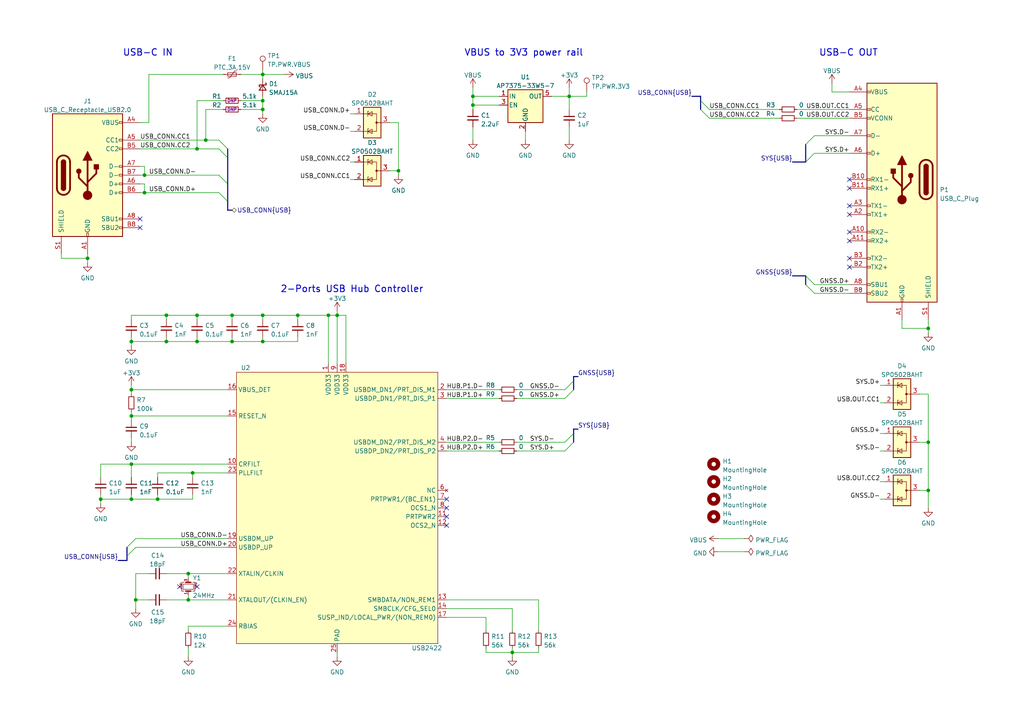
<source format=kicad_sch>
(kicad_sch (version 20211123) (generator eeschema)
  (paper "A4")
  (lib_symbols
    (symbol "Connector:TestPoint" (pin_numbers hide) (pin_names (offset 0.762) hide)
      (property "Reference" "TP" (at 0 6.858 0))
      (property "Value" "TestPoint" (at 0 5.08 0))
      (symbol "TestPoint_0_1"
        (circle (center 0 3.302) (radius 0.762))
      )
      (symbol "TestPoint_1_1"
        (pin passive line (at 0 0 90) (length 2.54) (name "1") (number "1"))
      )
    )
    (symbol "Connector:USB_C_Receptacle_USB2.0" (pin_names (offset 1.016))
      (property "Reference" "J" (at -10.16 19.05 0))
      (property "Value" "USB_C_Receptacle_USB2.0" (at 19.05 19.05 0))
      (symbol "USB_C_Receptacle_USB2.0_0_0"
        (rectangle (start -0.254 -17.78) (end 0.254 -16.764))
        (rectangle (start 10.16 -14.986) (end 9.144 -15.494))
        (rectangle (start 10.16 -12.446) (end 9.144 -12.954))
        (rectangle (start 10.16 -4.826) (end 9.144 -5.334))
        (rectangle (start 10.16 -2.286) (end 9.144 -2.794))
        (rectangle (start 10.16 0.254) (end 9.144 -0.254))
        (rectangle (start 10.16 2.794) (end 9.144 2.286))
        (rectangle (start 10.16 7.874) (end 9.144 7.366))
        (rectangle (start 10.16 10.414) (end 9.144 9.906))
        (rectangle (start 10.16 15.494) (end 9.144 14.986))
      )
      (symbol "USB_C_Receptacle_USB2.0_0_1"
        (rectangle (start -10.16 17.78) (end 10.16 -17.78) (stroke (width 0.254)) (fill (type background)))
        (arc (start -8.89 -3.81) (mid -6.985 -5.715) (end -5.08 -3.81) (stroke (width 0.508)))
        (arc (start -7.62 -3.81) (mid -6.985 -4.445) (end -6.35 -3.81) (stroke (width 0.254)))
        (arc (start -7.62 -3.81) (mid -6.985 -4.445) (end -6.35 -3.81) (stroke (width 0.254)) (fill (type outline)))
        (rectangle (start -7.62 -3.81) (end -6.35 3.81) (stroke (width 0.254)) (fill (type outline)))
        (arc (start -6.35 3.81) (mid -6.985 4.445) (end -7.62 3.81) (stroke (width 0.254)))
        (arc (start -6.35 3.81) (mid -6.985 4.445) (end -7.62 3.81) (stroke (width 0.254)) (fill (type outline)))
        (arc (start -5.08 3.81) (mid -6.985 5.715) (end -8.89 3.81) (stroke (width 0.508)))
        (circle (center -2.54 1.143) (radius 0.635) (stroke (width 0.254)) (fill (type outline)))
        (circle (center 0 -5.842) (radius 1.27) (fill (type outline)))
        (polyline (pts (xy -8.89 -3.81) (xy -8.89 3.81)) (stroke (width 0.508)))
        (polyline (pts (xy -5.08 3.81) (xy -5.08 -3.81)) (stroke (width 0.508)))
        (polyline (pts (xy 0 -5.842) (xy 0 4.318)) (stroke (width 0.508)))
        (polyline (pts (xy 0 -3.302) (xy -2.54 -0.762) (xy -2.54 0.508)) (stroke (width 0.508)))
        (polyline (pts (xy 0 -2.032) (xy 2.54 0.508) (xy 2.54 1.778)) (stroke (width 0.508)))
        (polyline (pts (xy -1.27 4.318) (xy 0 6.858) (xy 1.27 4.318) (xy -1.27 4.318)) (stroke (width 0.254)) (fill (type outline)))
        (rectangle (start 1.905 1.778) (end 3.175 3.048) (stroke (width 0.254)) (fill (type outline)))
      )
      (symbol "USB_C_Receptacle_USB2.0_1_1"
        (pin passive line (at 0 -22.86 90) (length 5.08) (name "GND") (number "A1"))
        (pin passive line (at 0 -22.86 90) (length 5.08) hide (name "GND") (number "A12"))
        (pin passive line (at 15.24 15.24 180) (length 5.08) (name "VBUS") (number "A4"))
        (pin bidirectional line (at 15.24 10.16 180) (length 5.08) (name "CC1") (number "A5"))
        (pin bidirectional line (at 15.24 -2.54 180) (length 5.08) (name "D+") (number "A6"))
        (pin bidirectional line (at 15.24 2.54 180) (length 5.08) (name "D-") (number "A7"))
        (pin bidirectional line (at 15.24 -12.7 180) (length 5.08) (name "SBU1") (number "A8"))
        (pin passive line (at 15.24 15.24 180) (length 5.08) hide (name "VBUS") (number "A9"))
        (pin passive line (at 0 -22.86 90) (length 5.08) hide (name "GND") (number "B1"))
        (pin passive line (at 0 -22.86 90) (length 5.08) hide (name "GND") (number "B12"))
        (pin passive line (at 15.24 15.24 180) (length 5.08) hide (name "VBUS") (number "B4"))
        (pin bidirectional line (at 15.24 7.62 180) (length 5.08) (name "CC2") (number "B5"))
        (pin bidirectional line (at 15.24 -5.08 180) (length 5.08) (name "D+") (number "B6"))
        (pin bidirectional line (at 15.24 0 180) (length 5.08) (name "D-") (number "B7"))
        (pin bidirectional line (at 15.24 -15.24 180) (length 5.08) (name "SBU2") (number "B8"))
        (pin passive line (at 15.24 15.24 180) (length 5.08) hide (name "VBUS") (number "B9"))
        (pin passive line (at -7.62 -22.86 90) (length 5.08) (name "SHIELD") (number "S1"))
      )
    )
    (symbol "Device:C_Small" (pin_numbers hide) (pin_names (offset 0.254) hide)
      (property "Reference" "C" (at 0.254 1.778 0))
      (property "Value" "C_Small" (at 0.254 -2.032 0))
      (symbol "C_Small_0_1"
        (polyline (pts (xy -1.524 -0.508) (xy 1.524 -0.508)) (stroke (width 0.3302)))
        (polyline (pts (xy -1.524 0.508) (xy 1.524 0.508)) (stroke (width 0.3048)))
      )
      (symbol "C_Small_1_1"
        (pin passive line (at 0 2.54 270) (length 2.032) (name "~") (number "1"))
        (pin passive line (at 0 -2.54 90) (length 2.032) (name "~") (number "2"))
      )
    )
    (symbol "Device:Crystal_GND24_Small" (pin_names (offset 1.016) hide)
      (property "Reference" "Y" (at 1.27 4.445 0))
      (property "Value" "Crystal_GND24_Small" (at 1.27 2.54 0))
      (symbol "Crystal_GND24_Small_0_1"
        (rectangle (start -0.762 -1.524) (end 0.762 1.524))
        (polyline (pts (xy -1.27 -0.762) (xy -1.27 0.762)) (stroke (width 0.381)))
        (polyline (pts (xy 1.27 -0.762) (xy 1.27 0.762)) (stroke (width 0.381)))
        (polyline (pts (xy -1.27 -1.27) (xy -1.27 -1.905) (xy 1.27 -1.905) (xy 1.27 -1.27)))
        (polyline (pts (xy -1.27 1.27) (xy -1.27 1.905) (xy 1.27 1.905) (xy 1.27 1.27)))
      )
      (symbol "Crystal_GND24_Small_1_1"
        (pin passive line (at -2.54 0 0) (length 1.27) (name "1") (number "1"))
        (pin passive line (at 0 -2.54 90) (length 0.635) (name "2") (number "2"))
        (pin passive line (at 2.54 0 180) (length 1.27) (name "3") (number "3"))
        (pin passive line (at 0 2.54 270) (length 0.635) (name "4") (number "4"))
      )
    )
    (symbol "Device:D_Schottky_Small" (pin_numbers hide) (pin_names (offset 0.254) hide)
      (property "Reference" "D" (at -1.27 2.032 0))
      (property "Value" "D_Schottky_Small" (at -7.112 -2.032 0))
      (symbol "D_Schottky_Small_0_1"
        (polyline (pts (xy -0.762 0) (xy 0.762 0)))
        (polyline (pts (xy 0.762 -1.016) (xy -0.762 0) (xy 0.762 1.016) (xy 0.762 -1.016)) (stroke (width 0.254)))
        (polyline (pts (xy -1.27 0.762) (xy -1.27 1.016) (xy -0.762 1.016) (xy -0.762 -1.016) (xy -0.254 -1.016) (xy -0.254 -0.762)) (stroke (width 0.254)))
      )
      (symbol "D_Schottky_Small_1_1"
        (pin passive line (at -2.54 0 0) (length 1.778) (name "K") (number "1"))
        (pin passive line (at 2.54 0 180) (length 1.778) (name "A") (number "2"))
      )
    )
    (symbol "Device:Polyfuse_Small" (pin_numbers hide) (pin_names (offset 0))
      (property "Reference" "F" (at -1.905 0 90))
      (property "Value" "Polyfuse_Small" (at 1.905 0 90))
      (symbol "Polyfuse_Small_0_1"
        (rectangle (start -0.508 1.27) (end 0.508 -1.27))
        (polyline (pts (xy 0 2.54) (xy 0 -2.54)))
        (polyline (pts (xy -1.016 1.27) (xy -1.016 0.762) (xy 1.016 -0.762) (xy 1.016 -1.27)))
      )
      (symbol "Polyfuse_Small_1_1"
        (pin passive line (at 0 2.54 270) (length 0.635) (name "~") (number "1"))
        (pin passive line (at 0 -2.54 90) (length 0.635) (name "~") (number "2"))
      )
    )
    (symbol "Device:R_Small" (pin_numbers hide) (pin_names (offset 0.254) hide)
      (property "Reference" "R" (at 0.762 0.508 0))
      (property "Value" "R_Small" (at 0.762 -1.016 0))
      (symbol "R_Small_0_1"
        (rectangle (start -0.762 1.778) (end 0.762 -1.778) (stroke (width 0.2032)))
      )
      (symbol "R_Small_1_1"
        (pin passive line (at 0 2.54 270) (length 0.762) (name "~") (number "1"))
        (pin passive line (at 0 -2.54 90) (length 0.762) (name "~") (number "2"))
      )
    )
    (symbol "Mechanical:MountingHole" (pin_names (offset 1.016))
      (property "Reference" "H" (at 0 5.08 0))
      (property "Value" "MountingHole" (at 0 3.175 0))
      (symbol "MountingHole_0_1"
        (circle (center 0 0) (radius 1.27) (stroke (width 1.27)))
      )
    )
    (symbol "Power_Protection:SP0502BAHT" (pin_names hide)
      (property "Reference" "D" (at 5.715 2.54 0))
      (property "Value" "SP0502BAHT" (at 5.715 0.635 0))
      (symbol "SP0502BAHT_0_0"
        (pin passive line (at 0 -5.08 90) (length 2.54) (name "A") (number "3"))
      )
      (symbol "SP0502BAHT_0_1"
        (rectangle (start -4.445 2.54) (end 4.445 -2.54) (stroke (width 0.254)) (fill (type background)))
        (circle (center 0 -1.27) (radius 0.254) (fill (type outline)))
        (polyline (pts (xy -2.54 2.54) (xy -2.54 1.27)))
        (polyline (pts (xy 0 -1.27) (xy 0 -2.54)))
        (polyline (pts (xy 2.54 2.54) (xy 2.54 1.27)))
        (polyline (pts (xy -3.302 1.016) (xy -3.302 1.27) (xy -1.905 1.27) (xy -1.778 1.27)))
        (polyline (pts (xy -2.54 1.27) (xy -2.54 -1.27) (xy 2.54 -1.27) (xy 2.54 1.27)))
        (polyline (pts (xy -2.54 1.27) (xy -1.905 0) (xy -3.175 0) (xy -2.54 1.27)))
        (polyline (pts (xy 1.778 1.016) (xy 1.778 1.27) (xy 3.175 1.27) (xy 3.302 1.27)))
        (polyline (pts (xy 2.54 1.27) (xy 1.905 0) (xy 3.175 0) (xy 2.54 1.27)))
      )
      (symbol "SP0502BAHT_1_1"
        (pin passive line (at -2.54 5.08 270) (length 2.54) (name "K") (number "1"))
        (pin passive line (at 2.54 5.08 270) (length 2.54) (name "K") (number "2"))
      )
    )
    (symbol "power:+3V3" (power) (pin_names (offset 0))
      (property "Value" "+3V3" (at 0 3.556 0))
      (symbol "+3V3_0_1"
        (polyline (pts (xy -0.762 1.27) (xy 0 2.54)))
        (polyline (pts (xy 0 0) (xy 0 2.54)))
        (polyline (pts (xy 0 2.54) (xy 0.762 1.27)))
      )
      (symbol "+3V3_1_1"
        (pin power_in line (at 0 0 90) (length 0) hide (name "+3V3") (number "1"))
      )
    )
    (symbol "power:GND" (power) (pin_names (offset 0))
      (property "Value" "GND" (at 0 -3.81 0))
      (symbol "GND_0_1"
        (polyline (pts (xy 0 0) (xy 0 -1.27) (xy 1.27 -1.27) (xy 0 -2.54) (xy -1.27 -1.27) (xy 0 -1.27)))
      )
      (symbol "GND_1_1"
        (pin power_in line (at 0 0 270) (length 0) hide (name "GND") (number "1"))
      )
    )
    (symbol "power:PWR_FLAG" (power) (pin_numbers hide) (pin_names (offset 0) hide)
      (property "Value" "PWR_FLAG" (at 0 3.81 0))
      (symbol "PWR_FLAG_0_0"
        (pin power_out line (at 0 0 90) (length 0) (name "pwr") (number "1"))
      )
      (symbol "PWR_FLAG_0_1"
        (polyline (pts (xy 0 0) (xy 0 1.27) (xy -1.016 1.905) (xy 0 2.54) (xy 1.016 1.905) (xy 0 1.27)))
      )
    )
    (symbol "power:VBUS" (power) (pin_names (offset 0))
      (property "Value" "VBUS" (at 0 3.81 0))
      (symbol "VBUS_0_1"
        (polyline (pts (xy -0.762 1.27) (xy 0 2.54)))
        (polyline (pts (xy 0 0) (xy 0 2.54)))
        (polyline (pts (xy 0 2.54) (xy 0.762 1.27)))
      )
      (symbol "VBUS_1_1"
        (pin power_in line (at 0 0 90) (length 0) hide (name "VBUS") (number "1"))
      )
    )
    (symbol "zesys_connectors:USB_C_Plug" (pin_names (offset 1.016))
      (property "Reference" "P" (at -10.16 29.21 0))
      (property "Value" "USB_C_Plug" (at 10.16 29.21 0))
      (symbol "USB_C_Plug_0_0"
        (rectangle (start -0.254 -35.56) (end 0.254 -34.544))
        (rectangle (start 10.16 -32.766) (end 9.144 -33.274))
        (rectangle (start 10.16 -30.226) (end 9.144 -30.734))
        (rectangle (start 10.16 -25.146) (end 9.144 -25.654))
        (rectangle (start 10.16 -22.606) (end 9.144 -23.114))
        (rectangle (start 10.16 -17.526) (end 9.144 -18.034))
        (rectangle (start 10.16 -14.986) (end 9.144 -15.494))
        (rectangle (start 10.16 -9.906) (end 9.144 -10.414))
        (rectangle (start 10.16 -7.366) (end 9.144 -7.874))
        (rectangle (start 10.16 -2.286) (end 9.144 -2.794))
        (rectangle (start 10.16 0.254) (end 9.144 -0.254))
        (rectangle (start 10.16 7.874) (end 9.144 7.366))
        (rectangle (start 10.16 12.954) (end 9.144 12.446))
        (rectangle (start 10.16 18.034) (end 9.144 17.526))
        (rectangle (start 10.16 20.574) (end 9.144 20.066))
        (rectangle (start 10.16 25.654) (end 9.144 25.146))
      )
      (symbol "USB_C_Plug_0_1"
        (rectangle (start -10.16 27.94) (end 10.16 -35.56) (stroke (width 0.254)) (fill (type background)))
        (arc (start -8.89 -3.81) (mid -6.985 -5.715) (end -5.08 -3.81) (stroke (width 0.508)))
        (arc (start -7.62 -3.81) (mid -6.985 -4.445) (end -6.35 -3.81) (stroke (width 0.254)))
        (arc (start -7.62 -3.81) (mid -6.985 -4.445) (end -6.35 -3.81) (stroke (width 0.254)) (fill (type outline)))
        (rectangle (start -7.62 -3.81) (end -6.35 3.81) (stroke (width 0.254)) (fill (type outline)))
        (arc (start -6.35 3.81) (mid -6.985 4.445) (end -7.62 3.81) (stroke (width 0.254)))
        (arc (start -6.35 3.81) (mid -6.985 4.445) (end -7.62 3.81) (stroke (width 0.254)) (fill (type outline)))
        (arc (start -5.08 3.81) (mid -6.985 5.715) (end -8.89 3.81) (stroke (width 0.508)))
        (polyline (pts (xy -8.89 -3.81) (xy -8.89 3.81)) (stroke (width 0.508)))
        (polyline (pts (xy -5.08 3.81) (xy -5.08 -3.81)) (stroke (width 0.508)))
      )
      (symbol "USB_C_Plug_1_1"
        (circle (center -2.54 1.143) (radius 0.635) (stroke (width 0.254)) (fill (type outline)))
        (circle (center 0 -5.842) (radius 1.27) (fill (type outline)))
        (polyline (pts (xy 0 -5.842) (xy 0 4.318)) (stroke (width 0.508)))
        (polyline (pts (xy 0 -3.302) (xy -2.54 -0.762) (xy -2.54 0.508)) (stroke (width 0.508)))
        (polyline (pts (xy 0 -2.032) (xy 2.54 0.508) (xy 2.54 1.778)) (stroke (width 0.508)))
        (polyline (pts (xy -1.27 4.318) (xy 0 6.858) (xy 1.27 4.318) (xy -1.27 4.318)) (stroke (width 0.254)) (fill (type outline)))
        (rectangle (start 1.905 1.778) (end 3.175 3.048) (stroke (width 0.254)) (fill (type outline)))
        (pin passive line (at 0 -40.64 90) (length 5.08) (name "GND") (number "A1"))
        (pin bidirectional line (at 15.24 -15.24 180) (length 5.08) (name "RX2-") (number "A10"))
        (pin bidirectional line (at 15.24 -17.78 180) (length 5.08) (name "RX2+") (number "A11"))
        (pin passive line (at 0 -40.64 90) (length 5.08) hide (name "GND") (number "A12"))
        (pin bidirectional line (at 15.24 -10.16 180) (length 5.08) (name "TX1+") (number "A2"))
        (pin bidirectional line (at 15.24 -7.62 180) (length 5.08) (name "TX1-") (number "A3"))
        (pin passive line (at 15.24 25.4 180) (length 5.08) (name "VBUS") (number "A4"))
        (pin bidirectional line (at 15.24 20.32 180) (length 5.08) (name "CC") (number "A5"))
        (pin bidirectional line (at 15.24 7.62 180) (length 5.08) (name "D+") (number "A6"))
        (pin bidirectional line (at 15.24 12.7 180) (length 5.08) (name "D-") (number "A7"))
        (pin bidirectional line (at 15.24 -30.48 180) (length 5.08) (name "SBU1") (number "A8"))
        (pin passive line (at 15.24 25.4 180) (length 5.08) hide (name "VBUS") (number "A9"))
        (pin passive line (at 0 -40.64 90) (length 5.08) hide (name "GND") (number "B1"))
        (pin bidirectional line (at 15.24 0 180) (length 5.08) (name "RX1-") (number "B10"))
        (pin bidirectional line (at 15.24 -2.54 180) (length 5.08) (name "RX1+") (number "B11"))
        (pin passive line (at 0 -40.64 90) (length 5.08) hide (name "GND") (number "B12"))
        (pin bidirectional line (at 15.24 -25.4 180) (length 5.08) (name "TX2+") (number "B2"))
        (pin bidirectional line (at 15.24 -22.86 180) (length 5.08) (name "TX2-") (number "B3"))
        (pin passive line (at 15.24 25.4 180) (length 5.08) hide (name "VBUS") (number "B4"))
        (pin bidirectional line (at 15.24 17.78 180) (length 5.08) (name "VCONN") (number "B5"))
        (pin bidirectional line (at 15.24 7.62 180) (length 5.08) hide (name "D+") (number "B6"))
        (pin bidirectional line (at 15.24 12.7 180) (length 5.08) hide (name "D-") (number "B7"))
        (pin bidirectional line (at 15.24 -33.02 180) (length 5.08) (name "SBU2") (number "B8"))
        (pin passive line (at 15.24 25.4 180) (length 5.08) hide (name "VBUS") (number "B9"))
        (pin passive line (at -7.62 -40.64 90) (length 5.08) (name "SHIELD") (number "S1"))
      )
    )
    (symbol "zesys_interface_usb:USB2422"
      (property "Reference" "U" (at -27.94 40.64 0))
      (property "Value" "USB2422" (at 24.13 -40.64 0))
      (symbol "USB2422_0_0"
        (pin power_in line (at -2.54 41.91 270) (length 2.54) (name "VDD33") (number "1"))
        (pin input line (at -31.75 12.7 0) (length 2.54) (name "CRFILT") (number "10"))
        (pin input line (at 31.75 -2.54 180) (length 2.54) (name "PRTPWR2") (number "11"))
        (pin input line (at 31.75 -5.08 180) (length 2.54) (name "OCS2_N") (number "12"))
        (pin bidirectional line (at 31.75 -26.67 180) (length 2.54) (name "SMBDATA/NON_REM1") (number "13"))
        (pin bidirectional line (at 31.75 -29.21 180) (length 2.54) (name "SMBCLK/CFG_SEL0") (number "14"))
        (pin input line (at -31.75 26.67 0) (length 2.54) (name "RESET_N") (number "15"))
        (pin input line (at -31.75 34.29 0) (length 2.54) (name "VBUS_DET") (number "16"))
        (pin bidirectional line (at 31.75 -31.75 180) (length 2.54) (name "SUSP_IND/LOCAL_PWR/(NON_REM0)") (number "17"))
        (pin power_in line (at 2.54 41.91 270) (length 2.54) (name "VDD33") (number "18"))
        (pin bidirectional line (at -31.75 -8.89 0) (length 2.54) (name "USBDM_UP") (number "19"))
        (pin bidirectional line (at 31.75 34.29 180) (length 2.54) (name "USBDM_DN1/PRT_DIS_M1") (number "2"))
        (pin bidirectional line (at -31.75 -11.43 0) (length 2.54) (name "USBDP_UP") (number "20"))
        (pin output line (at -31.75 -26.67 0) (length 2.54) (name "XTALOUT/(CLKIN_EN)") (number "21"))
        (pin input line (at -31.75 -19.05 0) (length 2.54) (name "XTALIN/CLKIN") (number "22"))
        (pin input line (at -31.75 10.16 0) (length 2.54) (name "PLLFILT") (number "23"))
        (pin input line (at -31.75 -34.29 0) (length 2.54) (name "RBIAS") (number "24"))
        (pin power_in line (at 0 -41.91 90) (length 2.54) (name "PAD") (number "25"))
        (pin bidirectional line (at 31.75 31.75 180) (length 2.54) (name "USBDP_DN1/PRT_DIS_P1") (number "3"))
        (pin bidirectional line (at 31.75 19.05 180) (length 2.54) (name "USBDM_DN2/PRT_DIS_M2") (number "4"))
        (pin bidirectional line (at 31.75 16.51 180) (length 2.54) (name "USBDP_DN2/PRT_DIS_P2") (number "5"))
        (pin no_connect line (at 31.75 5.08 180) (length 2.54) (name "NC") (number "6"))
        (pin input line (at 31.75 2.54 180) (length 2.54) (name "PRTPWR1/(BC_EN1)") (number "7"))
        (pin input line (at 31.75 0 180) (length 2.54) (name "OCS1_N") (number "8"))
        (pin power_in line (at 0 41.91 270) (length 2.54) (name "VDD33") (number "9"))
      )
      (symbol "USB2422_0_1"
        (rectangle (start -29.21 39.37) (end 29.21 -39.37) (fill (type background)))
      )
    )
    (symbol "zesys_regulator_linear:AP7375-33W5-7" (pin_names (offset 0.254))
      (property "Reference" "U" (at -3.81 5.715 0))
      (property "Value" "AP7375-33W5-7" (at 0 5.715 0))
      (symbol "AP7375-33W5-7_0_1"
        (rectangle (start -5.08 4.445) (end 5.08 -5.08) (stroke (width 0.254)) (fill (type background)))
      )
      (symbol "AP7375-33W5-7_1_1"
        (pin power_in line (at -7.62 2.54 0) (length 2.54) (name "IN") (number "1"))
        (pin power_in line (at 0 -7.62 90) (length 2.54) (name "GND") (number "2"))
        (pin input line (at -7.62 0 0) (length 2.54) (name "EN") (number "3"))
        (pin no_connect line (at 5.08 0 180) (length 2.54) hide (name "NC") (number "4"))
        (pin power_out line (at 7.62 2.54 180) (length 2.54) (name "OUT") (number "5"))
      )
    )
  )
  (bus_alias "USB" (members "D+" "D-" "CC1" "CC2"))
  (junction (at 137.16 27.94))
  (junction (at 86.36 91.44))
  (junction (at 76.2 31.75))
  (junction (at 39.37 173.99))
  (junction (at 269.24 142.24))
  (junction (at 57.15 91.44))
  (junction (at 269.24 95.25))
  (junction (at 67.31 91.44))
  (junction (at 76.2 91.44))
  (junction (at 38.1 144.78))
  (junction (at 41.91 55.88))
  (junction (at 269.24 128.27))
  (junction (at 25.4 74.93))
  (junction (at 54.61 166.37))
  (junction (at 97.79 91.44))
  (junction (at 57.15 99.06))
  (junction (at 38.1 99.06))
  (junction (at 41.91 50.8))
  (junction (at 76.2 29.21))
  (junction (at 76.2 21.59))
  (junction (at 67.31 99.06))
  (junction (at 59.69 40.64))
  (junction (at 38.1 113.03))
  (junction (at 95.25 91.44))
  (junction (at 38.1 120.65))
  (junction (at 148.59 189.23))
  (junction (at 54.61 173.99))
  (junction (at 48.26 99.06))
  (junction (at 76.2 99.06))
  (junction (at 29.21 144.78))
  (junction (at 115.57 49.53))
  (junction (at 45.72 144.78))
  (junction (at 48.26 91.44))
  (junction (at 55.88 137.16))
  (junction (at 165.1 27.94))
  (junction (at 137.16 30.48))
  (junction (at 38.1 134.62))
  (junction (at 57.15 43.18))
  (no_connect (at 57.15 170.18))
  (no_connect (at 246.38 77.47))
  (no_connect (at 52.07 170.18))
  (no_connect (at 246.38 67.31))
  (no_connect (at 246.38 62.23))
  (no_connect (at 129.54 147.32))
  (no_connect (at 40.64 66.04))
  (no_connect (at 246.38 52.07))
  (no_connect (at 129.54 149.86))
  (no_connect (at 129.54 152.4))
  (no_connect (at 246.38 74.93))
  (no_connect (at 129.54 144.78))
  (no_connect (at 246.38 59.69))
  (no_connect (at 246.38 54.61))
  (no_connect (at 246.38 69.85))
  (no_connect (at 40.64 63.5))
  (bus_entry (at 66.04 45.72) (size -2.54 -2.54))
  (bus_entry (at 166.37 113.03) (size -2.54 2.54))
  (bus_entry (at 166.37 128.27) (size -2.54 2.54))
  (bus_entry (at 66.04 58.42) (size -2.54 -2.54))
  (bus_entry (at 166.37 125.73) (size -2.54 2.54))
  (bus_entry (at 66.04 53.34) (size -2.54 -2.54))
  (bus_entry (at 203.2 29.21) (size 2.54 2.54))
  (bus_entry (at 36.83 161.29) (size 2.54 -2.54))
  (bus_entry (at 233.68 82.55) (size 2.54 2.54))
  (bus_entry (at 233.68 46.99) (size 2.54 -2.54))
  (bus_entry (at 233.68 41.91) (size 2.54 -2.54))
  (bus_entry (at 36.83 158.75) (size 2.54 -2.54))
  (bus_entry (at 203.2 31.75) (size 2.54 2.54))
  (bus_entry (at 66.04 43.18) (size -2.54 -2.54))
  (bus_entry (at 166.37 110.49) (size -2.54 2.54))
  (bus_entry (at 233.68 80.01) (size 2.54 2.54))
  (wire (pts (xy 76.2 92.71) (xy 76.2 91.44)))
  (wire (pts (xy 269.24 114.3) (xy 269.24 128.27)))
  (wire (pts (xy 45.72 138.43) (xy 45.72 137.16)))
  (wire (pts (xy 55.88 138.43) (xy 55.88 137.16)))
  (wire (pts (xy 241.3 26.67) (xy 246.38 26.67)))
  (wire (pts (xy 208.28 160.02) (xy 215.9 160.02)))
  (wire (pts (xy 59.69 40.64) (xy 63.5 40.64)))
  (wire (pts (xy 48.26 97.79) (xy 48.26 99.06)))
  (wire (pts (xy 40.64 50.8) (xy 41.91 50.8)))
  (wire (pts (xy 137.16 30.48) (xy 137.16 31.75)))
  (wire (pts (xy 64.77 31.75) (xy 59.69 31.75)))
  (wire (pts (xy 55.88 143.51) (xy 55.88 144.78)))
  (bus (pts (xy 66.04 58.42) (xy 66.04 60.96)))
  (wire (pts (xy 205.74 31.75) (xy 226.06 31.75)))
  (wire (pts (xy 266.7 114.3) (xy 269.24 114.3)))
  (wire (pts (xy 39.37 166.37) (xy 43.18 166.37)))
  (wire (pts (xy 140.97 189.23) (xy 148.59 189.23)))
  (wire (pts (xy 29.21 144.78) (xy 29.21 143.51)))
  (wire (pts (xy 69.85 31.75) (xy 76.2 31.75)))
  (bus (pts (xy 166.37 110.49) (xy 166.37 109.22)))
  (wire (pts (xy 40.64 53.34) (xy 41.91 53.34)))
  (wire (pts (xy 41.91 53.34) (xy 41.91 55.88)))
  (wire (pts (xy 255.27 125.73) (xy 256.54 125.73)))
  (wire (pts (xy 48.26 166.37) (xy 54.61 166.37)))
  (wire (pts (xy 45.72 137.16) (xy 55.88 137.16)))
  (wire (pts (xy 165.1 27.94) (xy 170.18 27.94)))
  (wire (pts (xy 137.16 27.94) (xy 144.78 27.94)))
  (wire (pts (xy 160.02 27.94) (xy 165.1 27.94)))
  (wire (pts (xy 39.37 173.99) (xy 43.18 173.99)))
  (wire (pts (xy 208.28 156.21) (xy 215.9 156.21)))
  (wire (pts (xy 38.1 97.79) (xy 38.1 99.06)))
  (wire (pts (xy 67.31 97.79) (xy 67.31 99.06)))
  (wire (pts (xy 43.18 35.56) (xy 40.64 35.56)))
  (wire (pts (xy 57.15 43.18) (xy 63.5 43.18)))
  (wire (pts (xy 48.26 91.44) (xy 57.15 91.44)))
  (wire (pts (xy 59.69 31.75) (xy 59.69 40.64)))
  (wire (pts (xy 54.61 166.37) (xy 66.04 166.37)))
  (wire (pts (xy 41.91 50.8) (xy 63.5 50.8)))
  (wire (pts (xy 255.27 116.84) (xy 256.54 116.84)))
  (wire (pts (xy 38.1 127) (xy 38.1 128.27)))
  (wire (pts (xy 41.91 48.26) (xy 41.91 50.8)))
  (wire (pts (xy 137.16 27.94) (xy 137.16 30.48)))
  (bus (pts (xy 66.04 45.72) (xy 66.04 53.34)))
  (wire (pts (xy 76.2 29.21) (xy 76.2 31.75)))
  (wire (pts (xy 129.54 130.81) (xy 144.78 130.81)))
  (wire (pts (xy 129.54 113.03) (xy 144.78 113.03)))
  (wire (pts (xy 236.22 44.45) (xy 246.38 44.45)))
  (wire (pts (xy 241.3 24.13) (xy 241.3 26.67)))
  (bus (pts (xy 166.37 124.46) (xy 166.37 125.73)))
  (wire (pts (xy 140.97 179.07) (xy 140.97 182.88)))
  (wire (pts (xy 149.86 130.81) (xy 163.83 130.81)))
  (wire (pts (xy 39.37 156.21) (xy 66.04 156.21)))
  (wire (pts (xy 48.26 173.99) (xy 54.61 173.99)))
  (bus (pts (xy 167.64 124.46) (xy 166.37 124.46)))
  (wire (pts (xy 38.1 113.03) (xy 66.04 113.03)))
  (bus (pts (xy 200.66 27.94) (xy 203.2 27.94)))
  (wire (pts (xy 57.15 97.79) (xy 57.15 99.06)))
  (bus (pts (xy 166.37 113.03) (xy 166.37 110.49)))
  (bus (pts (xy 229.87 46.99) (xy 233.68 46.99)))
  (wire (pts (xy 38.1 111.76) (xy 38.1 113.03)))
  (wire (pts (xy 76.2 20.32) (xy 76.2 21.59)))
  (wire (pts (xy 67.31 91.44) (xy 76.2 91.44)))
  (wire (pts (xy 86.36 92.71) (xy 86.36 91.44)))
  (wire (pts (xy 54.61 187.96) (xy 54.61 190.5)))
  (bus (pts (xy 36.83 162.56) (xy 36.83 161.29)))
  (wire (pts (xy 137.16 25.4) (xy 137.16 27.94)))
  (wire (pts (xy 38.1 134.62) (xy 38.1 138.43)))
  (wire (pts (xy 115.57 35.56) (xy 115.57 49.53)))
  (wire (pts (xy 54.61 172.72) (xy 54.61 173.99)))
  (wire (pts (xy 115.57 49.53) (xy 115.57 50.8)))
  (wire (pts (xy 140.97 187.96) (xy 140.97 189.23)))
  (wire (pts (xy 231.14 31.75) (xy 246.38 31.75)))
  (wire (pts (xy 149.86 113.03) (xy 163.83 113.03)))
  (wire (pts (xy 54.61 173.99) (xy 66.04 173.99)))
  (wire (pts (xy 29.21 134.62) (xy 29.21 138.43)))
  (wire (pts (xy 38.1 120.65) (xy 66.04 120.65)))
  (wire (pts (xy 149.86 128.27) (xy 163.83 128.27)))
  (wire (pts (xy 255.27 111.76) (xy 256.54 111.76)))
  (wire (pts (xy 156.21 189.23) (xy 156.21 187.96)))
  (wire (pts (xy 38.1 113.03) (xy 38.1 114.3)))
  (wire (pts (xy 149.86 115.57) (xy 163.83 115.57)))
  (wire (pts (xy 86.36 91.44) (xy 95.25 91.44)))
  (wire (pts (xy 76.2 21.59) (xy 76.2 22.86)))
  (wire (pts (xy 40.64 48.26) (xy 41.91 48.26)))
  (wire (pts (xy 48.26 99.06) (xy 38.1 99.06)))
  (wire (pts (xy 236.22 39.37) (xy 246.38 39.37)))
  (wire (pts (xy 148.59 176.53) (xy 148.59 182.88)))
  (wire (pts (xy 76.2 21.59) (xy 82.55 21.59)))
  (wire (pts (xy 38.1 143.51) (xy 38.1 144.78)))
  (wire (pts (xy 40.64 40.64) (xy 59.69 40.64)))
  (wire (pts (xy 269.24 92.71) (xy 269.24 95.25)))
  (wire (pts (xy 165.1 25.4) (xy 165.1 27.94)))
  (wire (pts (xy 97.79 91.44) (xy 100.33 91.44)))
  (wire (pts (xy 57.15 91.44) (xy 67.31 91.44)))
  (wire (pts (xy 205.74 34.29) (xy 226.06 34.29)))
  (wire (pts (xy 45.72 144.78) (xy 38.1 144.78)))
  (wire (pts (xy 55.88 144.78) (xy 45.72 144.78)))
  (wire (pts (xy 48.26 92.71) (xy 48.26 91.44)))
  (wire (pts (xy 97.79 189.23) (xy 97.79 190.5)))
  (bus (pts (xy 66.04 43.18) (xy 66.04 45.72)))
  (wire (pts (xy 43.18 21.59) (xy 43.18 35.56)))
  (wire (pts (xy 39.37 176.53) (xy 39.37 173.99)))
  (wire (pts (xy 45.72 143.51) (xy 45.72 144.78)))
  (wire (pts (xy 236.22 82.55) (xy 246.38 82.55)))
  (bus (pts (xy 166.37 125.73) (xy 166.37 128.27)))
  (wire (pts (xy 55.88 137.16) (xy 66.04 137.16)))
  (wire (pts (xy 29.21 144.78) (xy 29.21 146.05)))
  (wire (pts (xy 113.03 49.53) (xy 115.57 49.53)))
  (bus (pts (xy 34.29 162.56) (xy 36.83 162.56)))
  (wire (pts (xy 76.2 31.75) (xy 76.2 33.02)))
  (wire (pts (xy 57.15 29.21) (xy 57.15 43.18)))
  (wire (pts (xy 66.04 134.62) (xy 38.1 134.62)))
  (wire (pts (xy 64.77 29.21) (xy 57.15 29.21)))
  (wire (pts (xy 170.18 27.94) (xy 170.18 26.67)))
  (bus (pts (xy 167.64 109.22) (xy 166.37 109.22)))
  (wire (pts (xy 17.78 73.66) (xy 17.78 74.93)))
  (wire (pts (xy 54.61 166.37) (xy 54.61 167.64)))
  (wire (pts (xy 38.1 92.71) (xy 38.1 91.44)))
  (wire (pts (xy 113.03 35.56) (xy 115.57 35.56)))
  (wire (pts (xy 129.54 176.53) (xy 148.59 176.53)))
  (wire (pts (xy 69.85 29.21) (xy 76.2 29.21)))
  (wire (pts (xy 95.25 105.41) (xy 95.25 91.44)))
  (wire (pts (xy 29.21 134.62) (xy 38.1 134.62)))
  (wire (pts (xy 38.1 91.44) (xy 48.26 91.44)))
  (wire (pts (xy 269.24 95.25) (xy 261.62 95.25)))
  (wire (pts (xy 148.59 189.23) (xy 156.21 189.23)))
  (wire (pts (xy 25.4 74.93) (xy 25.4 76.2)))
  (bus (pts (xy 203.2 29.21) (xy 203.2 31.75)))
  (wire (pts (xy 266.7 142.24) (xy 269.24 142.24)))
  (wire (pts (xy 76.2 91.44) (xy 86.36 91.44)))
  (wire (pts (xy 255.27 144.78) (xy 256.54 144.78)))
  (wire (pts (xy 67.31 99.06) (xy 57.15 99.06)))
  (wire (pts (xy 269.24 128.27) (xy 269.24 142.24)))
  (wire (pts (xy 129.54 173.99) (xy 156.21 173.99)))
  (wire (pts (xy 101.6 38.1) (xy 102.87 38.1)))
  (wire (pts (xy 129.54 115.57) (xy 144.78 115.57)))
  (wire (pts (xy 261.62 95.25) (xy 261.62 92.71)))
  (wire (pts (xy 38.1 99.06) (xy 38.1 100.33)))
  (wire (pts (xy 101.6 52.07) (xy 102.87 52.07)))
  (wire (pts (xy 156.21 173.99) (xy 156.21 182.88)))
  (wire (pts (xy 67.31 92.71) (xy 67.31 91.44)))
  (wire (pts (xy 165.1 27.94) (xy 165.1 31.75)))
  (wire (pts (xy 255.27 130.81) (xy 256.54 130.81)))
  (wire (pts (xy 17.78 74.93) (xy 25.4 74.93)))
  (wire (pts (xy 129.54 128.27) (xy 144.78 128.27)))
  (wire (pts (xy 255.27 139.7) (xy 256.54 139.7)))
  (wire (pts (xy 269.24 95.25) (xy 269.24 96.52)))
  (wire (pts (xy 148.59 189.23) (xy 148.59 190.5)))
  (bus (pts (xy 233.68 41.91) (xy 233.68 46.99)))
  (wire (pts (xy 39.37 158.75) (xy 66.04 158.75)))
  (wire (pts (xy 86.36 97.79) (xy 86.36 99.06)))
  (wire (pts (xy 97.79 90.17) (xy 97.79 91.44)))
  (wire (pts (xy 41.91 55.88) (xy 63.5 55.88)))
  (bus (pts (xy 67.31 60.96) (xy 66.04 60.96)))
  (wire (pts (xy 100.33 105.41) (xy 100.33 91.44)))
  (wire (pts (xy 64.77 21.59) (xy 43.18 21.59)))
  (wire (pts (xy 54.61 182.88) (xy 54.61 181.61)))
  (wire (pts (xy 86.36 99.06) (xy 76.2 99.06)))
  (wire (pts (xy 76.2 97.79) (xy 76.2 99.06)))
  (wire (pts (xy 95.25 91.44) (xy 97.79 91.44)))
  (wire (pts (xy 67.31 99.06) (xy 76.2 99.06)))
  (wire (pts (xy 137.16 30.48) (xy 144.78 30.48)))
  (wire (pts (xy 54.61 181.61) (xy 66.04 181.61)))
  (wire (pts (xy 236.22 85.09) (xy 246.38 85.09)))
  (wire (pts (xy 38.1 144.78) (xy 29.21 144.78)))
  (wire (pts (xy 39.37 173.99) (xy 39.37 166.37)))
  (wire (pts (xy 148.59 189.23) (xy 148.59 187.96)))
  (wire (pts (xy 76.2 27.94) (xy 76.2 29.21)))
  (wire (pts (xy 137.16 36.83) (xy 137.16 40.64)))
  (wire (pts (xy 101.6 46.99) (xy 102.87 46.99)))
  (wire (pts (xy 269.24 142.24) (xy 269.24 147.32)))
  (wire (pts (xy 152.4 38.1) (xy 152.4 40.64)))
  (wire (pts (xy 97.79 105.41) (xy 97.79 91.44)))
  (wire (pts (xy 25.4 74.93) (xy 25.4 73.66)))
  (wire (pts (xy 38.1 120.65) (xy 38.1 121.92)))
  (bus (pts (xy 229.87 80.01) (xy 233.68 80.01)))
  (wire (pts (xy 165.1 36.83) (xy 165.1 40.64)))
  (wire (pts (xy 101.6 33.02) (xy 102.87 33.02)))
  (wire (pts (xy 266.7 128.27) (xy 269.24 128.27)))
  (wire (pts (xy 40.64 43.18) (xy 57.15 43.18)))
  (wire (pts (xy 129.54 179.07) (xy 140.97 179.07)))
  (wire (pts (xy 48.26 99.06) (xy 57.15 99.06)))
  (wire (pts (xy 40.64 55.88) (xy 41.91 55.88)))
  (wire (pts (xy 38.1 119.38) (xy 38.1 120.65)))
  (wire (pts (xy 69.85 21.59) (xy 76.2 21.59)))
  (bus (pts (xy 233.68 82.55) (xy 233.68 80.01)))
  (bus (pts (xy 203.2 27.94) (xy 203.2 29.21)))
  (wire (pts (xy 57.15 92.71) (xy 57.15 91.44)))
  (bus (pts (xy 36.83 161.29) (xy 36.83 158.75)))
  (bus (pts (xy 66.04 53.34) (xy 66.04 58.42)))
  (wire (pts (xy 231.14 34.29) (xy 246.38 34.29)))
  (text "2-Ports USB Hub Controller" (at 81.28 85.09 0) (effects (font (size 1.905 1.905) (thickness 0.254) bold) (justify left bottom)))
  (text "USB-C IN" (at 35.56 16.51 0) (effects (font (size 1.905 1.905) (thickness 0.254) bold) (justify left bottom)))
  (text "USB-C OUT" (at 237.49 16.51 0) (effects (font (size 1.905 1.905) (thickness 0.254) bold) (justify left bottom)))
  (text "VBUS to 3V3 power rail" (at 134.62 16.51 0) (effects (font (size 1.905 1.905) (thickness 0.254) bold) (justify left bottom)))
  (label "USB_CONN.D+" (at 43.18 55.88 0))
  (label "SYS.D+" (at 246.38 44.45 180))
  (label "HUB.P2.D-" (at 129.54 128.27 0))
  (label "USB_CONN.D-" (at 43.18 50.8 0))
  (label "GNSS.D+" (at 255.27 125.73 180))
  (label "SYS{USB}" (at 229.87 46.99 180))
  (label "USB_CONN.CC1" (at 205.74 31.75 0))
  (label "GNSS.D+" (at 153.67 115.57 0))
  (label "HUB.P1.D-" (at 129.54 113.03 0))
  (label "USB_CONN{USB}" (at 200.66 27.94 180))
  (label "USB_CONN.D+" (at 66.04 158.75 180))
  (label "SYS.D+" (at 153.67 130.81 0))
  (label "GNSS.D-" (at 153.67 113.03 0))
  (label "USB_CONN.D-" (at 101.6 38.1 180))
  (label "HUB.P1.D+" (at 129.54 115.57 0))
  (label "USB_CONN.CC2" (at 40.64 43.18 0))
  (label "USB_CONN.D+" (at 101.6 33.02 180))
  (label "USB.OUT.CC2" (at 246.38 34.29 180))
  (label "GNSS.D-" (at 255.27 144.78 180))
  (label "USB.OUT.CC2" (at 255.27 139.7 180))
  (label "SYS.D-" (at 246.38 39.37 180))
  (label "USB_CONN{USB}" (at 34.29 162.56 180))
  (label "GNSS{USB}" (at 229.87 80.01 180))
  (label "USB_CONN.CC1" (at 40.64 40.64 0))
  (label "USB_CONN.CC2" (at 101.6 46.99 180))
  (label "USB.OUT.CC1" (at 246.38 31.75 180))
  (label "HUB.P2.D+" (at 129.54 130.81 0))
  (label "USB_CONN.CC1" (at 101.6 52.07 180))
  (label "SYS.D-" (at 153.67 128.27 0))
  (label "USB_CONN.D-" (at 66.04 156.21 180))
  (label "SYS.D+" (at 255.27 111.76 180))
  (label "USB.OUT.CC1" (at 255.27 116.84 180))
  (label "GNSS.D+" (at 246.38 82.55 180))
  (label "GNSS{USB}" (at 167.64 109.22 0))
  (label "USB_CONN.CC2" (at 205.74 34.29 0))
  (label "SYS{USB}" (at 167.64 124.46 0))
  (label "GNSS.D-" (at 246.38 85.09 180))
  (label "SYS.D-" (at 255.27 130.81 180))
  (hierarchical_label "USB_CONN{USB}" (shape bidirectional) (at 67.31 60.96 0))
  (symbol (lib_id "Device:R_Small") (at 147.32 113.03 90) (unit 1)
    (property "Reference" "R8" (at 142.24 111.76 90))
    (property "Value" "0" (at 151.13 111.76 90))
    (property "Footprint" "Resistor_SMD:R_0603_1608Metric" (effects hide))
  )
  (symbol (lib_id "Device:R_Small") (at 67.31 31.75 90) (unit 1)
    (property "Reference" "R2" (at 62.865 30.48 90))
    (property "Value" "5.1k" (at 72.39 30.48 90))
    (property "Footprint" "Resistor_SMD:R_0603_1608Metric" (effects hide))
    (property "DNP" "DNP" (at 67.31 31.75 90) (effects (font (size 0.889 0.889))))
    (property "Description" "RES 5.1k OHM 1/10W 1% 0603" (effects hide))
    (property "alt-manf#" "RMCF0603FT5K10" (effects hide))
    (property "manf#" "RC0603FR-075K1L" (effects hide))
  )
  (symbol (lib_id "power:VBUS") (at 137.16 25.4 0) (unit 1)
    (property "Reference" "#PWR03" (effects hide))
    (property "Value" "VBUS" (at 137.16 21.8242 0))
  )
  (symbol (lib_id "power:GND") (at 115.57 50.8 0) (unit 1)
    (property "Reference" "#PWR09" (effects hide))
    (property "Value" "GND" (at 115.57 55.2434 0))
  )
  (symbol (lib_id "Device:R_Small") (at 54.61 185.42 0) (unit 1)
    (property "Reference" "R10" (at 56.1086 184.5853 0) (effects (justify left)))
    (property "Value" "12k" (at 56.1086 187.1222 0) (effects (justify left)))
    (property "Footprint" "Resistor_SMD:R_0603_1608Metric" (effects hide))
  )
  (symbol (lib_id "Mechanical:MountingHole") (at 207.01 139.7 0) (unit 1)
    (property "Reference" "H2" (at 209.55 138.8653 0) (effects (justify left)))
    (property "Value" "MountingHole" (at 209.55 141.4022 0) (effects (justify left)))
    (property "Footprint" "MountingHole:MountingHole_2.7mm_M2.5" (effects hide))
  )
  (symbol (lib_id "power:GND") (at 137.16 40.64 0) (unit 1)
    (property "Reference" "#PWR06" (effects hide))
    (property "Value" "GND" (at 137.16 45.0834 0))
  )
  (symbol (lib_id "power:GND") (at 269.24 147.32 0) (unit 1)
    (property "Reference" "#PWR017" (effects hide))
    (property "Value" "GND" (at 269.24 151.7634 0))
  )
  (symbol (lib_id "zesys_regulator_linear:AP7375-33W5-7") (at 152.4 30.48 0) (unit 1)
    (property "Reference" "U1" (at 152.4 22.3352 0))
    (property "Value" "AP7375-33W5-7" (at 152.4 24.8721 0))
    (property "Footprint" "Package_TO_SOT_SMD:SOT-23-5" (effects hide))
    (property "Datasheet" "https://www.diodes.com/assets/Datasheets/AP7375.pdf" (effects hide))
    (property "Description" "IC REG LINEAR 3.3V 300MA SOT25" (effects hide))
  )
  (symbol (lib_id "Mechanical:MountingHole") (at 207.01 134.62 0) (unit 1)
    (property "Reference" "H1" (at 209.55 133.7853 0) (effects (justify left)))
    (property "Value" "MountingHole" (at 209.55 136.3222 0) (effects (justify left)))
    (property "Footprint" "MountingHole:MountingHole_2.7mm_M2.5" (effects hide))
  )
  (symbol (lib_id "power:GND") (at 97.79 190.5 0) (unit 1)
    (property "Reference" "#PWR020" (effects hide))
    (property "Value" "GND" (at 97.79 194.9434 0))
  )
  (symbol (lib_id "Device:R_Small") (at 228.6 31.75 90) (unit 1)
    (property "Reference" "R3" (at 223.52 30.48 90))
    (property "Value" "0" (at 232.41 30.48 90))
    (property "Footprint" "Resistor_SMD:R_0603_1608Metric" (effects hide))
  )
  (symbol (lib_id "power:GND") (at 39.37 176.53 0) (unit 1)
    (property "Reference" "#PWR018" (effects hide))
    (property "Value" "GND" (at 39.37 180.9734 0))
  )
  (symbol (lib_id "Device:C_Small") (at 165.1 34.29 0) (unit 1)
    (property "Reference" "C2" (at 167.4241 33.4616 0) (effects (justify left)))
    (property "Value" "1uF" (at 167.4241 35.9985 0) (effects (justify left)))
    (property "Footprint" "Capacitor_SMD:C_0603_1608Metric" (effects hide))
    (property "Description" "CAP CER 1UF 25V X7R 10% 0603" (effects hide))
    (property "alt-manf#" "CL10B105KA8NFNC" (effects hide))
    (property "manf#" "CL10B105KA8NNNC" (effects hide))
  )
  (symbol (lib_id "Device:D_Schottky_Small") (at 76.2 25.4 270) (unit 1)
    (property "Reference" "D1" (at 77.978 24.3113 90) (effects (justify left)))
    (property "Value" "SMAJ15A" (at 77.978 26.8482 90) (effects (justify left)))
    (property "Footprint" "Diode_SMD:D_SMA" (effects hide))
    (property "alt-manf#" "SMAJ15A" (effects hide))
    (property "manf#" "SMAJ15A-13-F" (effects hide))
    (property "Description" "DIODE TVS Unidirectional 15Vrwm 400W SMA" (effects hide))
  )
  (symbol (lib_id "power:GND") (at 165.1 40.64 0) (unit 1)
    (property "Reference" "#PWR08" (effects hide))
    (property "Value" "GND" (at 165.1 45.0834 0))
  )
  (symbol (lib_id "Device:R_Small") (at 147.32 115.57 90) (unit 1)
    (property "Reference" "R9" (at 142.24 114.3 90))
    (property "Value" "0" (at 151.13 114.3 90))
    (property "Footprint" "Resistor_SMD:R_0603_1608Metric" (effects hide))
  )
  (symbol (lib_id "power:GND") (at 29.21 146.05 0) (unit 1)
    (property "Reference" "#PWR016" (effects hide))
    (property "Value" "GND" (at 29.21 150.4934 0))
  )
  (symbol (lib_id "Connector:USB_C_Receptacle_USB2.0") (at 25.4 50.8 0) (unit 1)
    (property "Reference" "J1" (at 25.4 29.3202 0))
    (property "Value" "USB_C_Receptacle_USB2.0" (at 25.4 31.8571 0))
    (property "Footprint" "Connector_USB:USB_C_Receptacle_GCT_USB4105-xx-A_16P_TopMnt_Horizontal" (effects hide))
    (property "Datasheet" "https://www.usb.org/sites/default/files/documents/usb_type-c.zip" (effects hide))
    (property "manf#" "USB4105-GF-A" (effects hide))
    (property "Description" "CONN RCPT USB2.0 TYPE C 16+8POS" (effects hide))
  )
  (symbol (lib_id "Mechanical:MountingHole") (at 207.01 149.86 0) (unit 1)
    (property "Reference" "H4" (at 209.55 149.0253 0) (effects (justify left)))
    (property "Value" "MountingHole" (at 209.55 151.5622 0) (effects (justify left)))
    (property "Footprint" "MountingHole:MountingHole_2.7mm_M2.5" (effects hide))
  )
  (symbol (lib_id "Device:C_Small") (at 38.1 95.25 0) (unit 1)
    (property "Reference" "C3" (at 40.4241 94.4216 0) (effects (justify left)))
    (property "Value" "0.1uF" (at 40.4241 96.9585 0) (effects (justify left)))
    (property "Footprint" "Capacitor_SMD:C_0603_1608Metric" (effects hide))
    (property "Description" "CAP CER 0.1UF 16V X7R 10% 0603" (effects hide))
  )
  (symbol (lib_id "power:+3V3") (at 165.1 25.4 0) (unit 1)
    (property "Reference" "#PWR04" (effects hide))
    (property "Value" "+3V3" (at 165.1 21.8242 0))
  )
  (symbol (lib_id "power:GND") (at 38.1 100.33 0) (unit 1)
    (property "Reference" "#PWR013" (effects hide))
    (property "Value" "GND" (at 38.1 104.7734 0))
  )
  (symbol (lib_id "Device:R_Small") (at 147.32 128.27 90) (unit 1)
    (property "Reference" "R5" (at 142.24 127 90))
    (property "Value" "0" (at 151.13 127 90))
    (property "Footprint" "Resistor_SMD:R_0603_1608Metric" (effects hide))
  )
  (symbol (lib_id "power:GND") (at 76.2 33.02 0) (unit 1)
    (property "Reference" "#PWR05" (effects hide))
    (property "Value" "GND" (at 76.2 37.4634 0))
  )
  (symbol (lib_id "power:VBUS") (at 208.28 156.21 90) (unit 1)
    (property "Reference" "#PWR0101" (effects hide))
    (property "Value" "VBUS" (at 205.105 156.6438 90) (effects (justify left)))
  )
  (symbol (lib_id "Device:C_Small") (at 45.72 173.99 90) (unit 1)
    (property "Reference" "C15" (at 45.7263 177.5825 90))
    (property "Value" "18pF" (at 45.7263 180.1194 90))
    (property "Footprint" "Capacitor_SMD:C_0603_1608Metric" (effects hide))
  )
  (symbol (lib_id "Device:R_Small") (at 147.32 130.81 90) (unit 1)
    (property "Reference" "R6" (at 142.24 129.54 90))
    (property "Value" "0" (at 151.13 129.54 90))
    (property "Footprint" "Resistor_SMD:R_0603_1608Metric" (effects hide))
  )
  (symbol (lib_id "Connector:TestPoint") (at 170.18 26.67 0) (unit 1)
    (property "Reference" "TP2" (at 171.577 22.5333 0) (effects (justify left)))
    (property "Value" "TP.PWR.3V3" (at 171.577 25.0702 0) (effects (justify left)))
    (property "Footprint" "TestPoint:TestPoint_Loop_D1.80mm_Drill1.0mm_Beaded" (effects hide))
    (property "DNP" "DNP" (effects hide))
    (property "Description" "TEST POINT" (effects hide))
  )
  (symbol (lib_id "Device:C_Small") (at 57.15 95.25 0) (unit 1)
    (property "Reference" "C5" (at 59.4741 94.4216 0) (effects (justify left)))
    (property "Value" "0.1uF" (at 59.4741 96.9585 0) (effects (justify left)))
    (property "Footprint" "Capacitor_SMD:C_0603_1608Metric" (effects hide))
    (property "Description" "CAP CER 0.1UF 16V X7R 10% 0603" (effects hide))
  )
  (symbol (lib_id "Device:R_Small") (at 67.31 29.21 90) (unit 1)
    (property "Reference" "R1" (at 62.865 27.94 90))
    (property "Value" "5.1k" (at 72.39 27.94 90))
    (property "Footprint" "Resistor_SMD:R_0603_1608Metric" (effects hide))
    (property "DNP" "DNP" (at 67.31 29.21 90) (effects (font (size 0.889 0.889))))
    (property "Description" "RES 5.1k OHM 1/10W 1% 0603" (effects hide))
    (property "alt-manf#" "RMCF0603FT5K10" (effects hide))
    (property "manf#" "RC0603FR-075K1L" (effects hide))
  )
  (symbol (lib_id "power:GND") (at 38.1 128.27 0) (unit 1)
    (property "Reference" "#PWR015" (effects hide))
    (property "Value" "GND" (at 38.1 132.7134 0))
  )
  (symbol (lib_id "Power_Protection:SP0502BAHT") (at 261.62 114.3 90) (mirror x) (unit 1)
    (property "Reference" "D4" (at 261.62 106.1552 90))
    (property "Value" "SP0502BAHT" (at 261.62 108.6921 90))
    (property "Footprint" "Package_TO_SOT_SMD:SOT-23" (effects hide))
    (property "Datasheet" "http://www.littelfuse.com/~/media/files/littelfuse/technical%20resources/documents/data%20sheets/sp05xxba.pdf" (effects hide))
    (property "Description" "DIODE TVS Unidirectional 2-Ch 5.5Vrwm SOT-23-3" (effects hide))
    (property "alt-manf#" "SP0502BAHTG" (effects hide))
    (property "manf#" "DT1452-02SO-7" (effects hide))
  )
  (symbol (lib_id "Power_Protection:SP0502BAHT") (at 107.95 49.53 90) (mirror x) (unit 1)
    (property "Reference" "D3" (at 107.95 41.3852 90))
    (property "Value" "SP0502BAHT" (at 107.95 43.9221 90))
    (property "Footprint" "Package_TO_SOT_SMD:SOT-23" (effects hide))
    (property "Datasheet" "http://www.littelfuse.com/~/media/files/littelfuse/technical%20resources/documents/data%20sheets/sp05xxba.pdf" (effects hide))
    (property "Description" "DIODE TVS Unidirectional 2-Ch 5.5Vrwm SOT-23-3" (effects hide))
    (property "alt-manf#" "SP0502BAHTG" (effects hide))
    (property "manf#" "DT1452-02SO-7" (effects hide))
  )
  (symbol (lib_id "Device:R_Small") (at 140.97 185.42 0) (unit 1)
    (property "Reference" "R11" (at 142.4686 184.5853 0) (effects (justify left)))
    (property "Value" "56k" (at 142.4686 187.1222 0) (effects (justify left)))
    (property "Footprint" "Resistor_SMD:R_0603_1608Metric" (effects hide))
  )
  (symbol (lib_id "Device:C_Small") (at 29.21 140.97 0) (unit 1)
    (property "Reference" "C10" (at 31.5341 140.1416 0) (effects (justify left)))
    (property "Value" "1uF" (at 31.5341 142.6785 0) (effects (justify left)))
    (property "Footprint" "Capacitor_SMD:C_0603_1608Metric" (effects hide))
    (property "Description" "CAP CER 1UF 25V X7R 10% 0603" (effects hide))
    (property "alt-manf#" "CL10B105KA8NFNC" (effects hide))
    (property "manf#" "CL10B105KA8NNNC" (effects hide))
  )
  (symbol (lib_id "Power_Protection:SP0502BAHT") (at 261.62 142.24 90) (mirror x) (unit 1)
    (property "Reference" "D6" (at 261.62 134.0952 90))
    (property "Value" "SP0502BAHT" (at 261.62 136.6321 90))
    (property "Footprint" "Package_TO_SOT_SMD:SOT-23" (effects hide))
    (property "Datasheet" "http://www.littelfuse.com/~/media/files/littelfuse/technical%20resources/documents/data%20sheets/sp05xxba.pdf" (effects hide))
    (property "Description" "DIODE TVS Unidirectional 2-Ch 5.5Vrwm SOT-23-3" (effects hide))
    (property "alt-manf#" "SP0502BAHTG" (effects hide))
    (property "manf#" "DT1452-02SO-7" (effects hide))
  )
  (symbol (lib_id "power:GND") (at 152.4 40.64 0) (unit 1)
    (property "Reference" "#PWR07" (effects hide))
    (property "Value" "GND" (at 152.4 45.0834 0))
  )
  (symbol (lib_id "Device:Polyfuse_Small") (at 67.31 21.59 270) (unit 1)
    (property "Reference" "F1" (at 67.31 17.0012 90))
    (property "Value" "PTC,3A,15V" (at 67.31 19.5381 90))
    (property "Footprint" "Fuse:Fuse_2920_7451Metric" (effects hide))
    (property "alt-manf#" "SMD2920B300TF/15" (effects hide))
    (property "manf#" "2920L300/15DR" (effects hide))
    (property "Description" "PTC RESET FUSE 15V 3A 2920" (effects hide))
  )
  (symbol (lib_id "Power_Protection:SP0502BAHT") (at 261.62 128.27 90) (mirror x) (unit 1)
    (property "Reference" "D5" (at 261.62 120.1252 90))
    (property "Value" "SP0502BAHT" (at 261.62 122.6621 90))
    (property "Footprint" "Package_TO_SOT_SMD:SOT-23" (effects hide))
    (property "Datasheet" "http://www.littelfuse.com/~/media/files/littelfuse/technical%20resources/documents/data%20sheets/sp05xxba.pdf" (effects hide))
    (property "Description" "DIODE TVS Unidirectional 2-Ch 5.5Vrwm SOT-23-3" (effects hide))
    (property "alt-manf#" "SP0502BAHTG" (effects hide))
    (property "manf#" "DT1452-02SO-7" (effects hide))
  )
  (symbol (lib_id "Device:C_Small") (at 67.31 95.25 0) (unit 1)
    (property "Reference" "C6" (at 69.6341 94.4216 0) (effects (justify left)))
    (property "Value" "1nF" (at 69.6341 96.9585 0) (effects (justify left)))
    (property "Footprint" "Capacitor_SMD:C_0603_1608Metric" (effects hide))
  )
  (symbol (lib_id "Connector:TestPoint") (at 76.2 20.32 0) (unit 1)
    (property "Reference" "TP1" (at 77.597 16.1833 0) (effects (justify left)))
    (property "Value" "TP.PWR.VBUS" (at 77.597 18.7202 0) (effects (justify left)))
    (property "Footprint" "TestPoint:TestPoint_Loop_D1.80mm_Drill1.0mm_Beaded" (effects hide))
    (property "DNP" "DNP" (effects hide))
    (property "Description" "TEST POINT" (effects hide))
  )
  (symbol (lib_id "Device:C_Small") (at 45.72 140.97 0) (unit 1)
    (property "Reference" "C12" (at 48.0441 140.1416 0) (effects (justify left)))
    (property "Value" "0.1uF" (at 48.0441 142.6785 0) (effects (justify left)))
    (property "Footprint" "Capacitor_SMD:C_0603_1608Metric" (effects hide))
    (property "Description" "CAP CER 0.1UF 16V X7R 10% 0603" (effects hide))
  )
  (symbol (lib_id "power:GND") (at 148.59 190.5 0) (unit 1)
    (property "Reference" "#PWR021" (effects hide))
    (property "Value" "GND" (at 148.59 194.9434 0))
  )
  (symbol (lib_id "Power_Protection:SP0502BAHT") (at 107.95 35.56 90) (mirror x) (unit 1)
    (property "Reference" "D2" (at 107.95 27.4152 90))
    (property "Value" "SP0502BAHT" (at 107.95 29.9521 90))
    (property "Footprint" "Package_TO_SOT_SMD:SOT-23" (effects hide))
    (property "Datasheet" "http://www.littelfuse.com/~/media/files/littelfuse/technical%20resources/documents/data%20sheets/sp05xxba.pdf" (effects hide))
    (property "Description" "DIODE TVS Unidirectional 2-Ch 5.5Vrwm SOT-23-3" (effects hide))
    (property "alt-manf#" "SP0502BAHTG" (effects hide))
    (property "manf#" "DT1452-02SO-7" (effects hide))
  )
  (symbol (lib_id "Device:C_Small") (at 38.1 140.97 0) (unit 1)
    (property "Reference" "C11" (at 40.4241 140.1416 0) (effects (justify left)))
    (property "Value" "1nF" (at 40.4241 142.6785 0) (effects (justify left)))
    (property "Footprint" "Capacitor_SMD:C_0603_1608Metric" (effects hide))
  )
  (symbol (lib_id "Device:C_Small") (at 76.2 95.25 0) (unit 1)
    (property "Reference" "C7" (at 78.5241 94.4216 0) (effects (justify left)))
    (property "Value" "0.1uF" (at 78.5241 96.9585 0) (effects (justify left)))
    (property "Footprint" "Capacitor_SMD:C_0603_1608Metric" (effects hide))
    (property "Description" "CAP CER 0.1UF 16V X7R 10% 0603" (effects hide))
  )
  (symbol (lib_id "Device:R_Small") (at 148.59 185.42 0) (unit 1)
    (property "Reference" "R12" (at 150.0886 184.5853 0) (effects (justify left)))
    (property "Value" "56k" (at 150.0886 187.1222 0) (effects (justify left)))
    (property "Footprint" "Resistor_SMD:R_0603_1608Metric" (effects hide))
  )
  (symbol (lib_id "power:GND") (at 208.28 160.02 270) (unit 1)
    (property "Reference" "#PWR0102" (effects hide))
    (property "Value" "GND" (at 205.1051 160.4538 90) (effects (justify right)))
  )
  (symbol (lib_id "Device:R_Small") (at 38.1 116.84 0) (unit 1)
    (property "Reference" "R7" (at 39.5986 116.0053 0) (effects (justify left)))
    (property "Value" "100k" (at 39.5986 118.5422 0) (effects (justify left)))
    (property "Footprint" "Resistor_SMD:R_0603_1608Metric" (effects hide))
    (property "Description" "RES 100k OHM 1/10W 1% 0603" (effects hide))
    (property "alt-manf#" "RMCF0603FT100K" (effects hide))
    (property "manf#" "RC0603FR-07100KL" (effects hide))
  )
  (symbol (lib_id "power:VBUS") (at 241.3 24.13 0) (unit 1)
    (property "Reference" "#PWR02" (effects hide))
    (property "Value" "VBUS" (at 241.3 20.5542 0))
  )
  (symbol (lib_id "zesys_interface_usb:USB2422") (at 97.79 147.32 0) (unit 1)
    (property "Reference" "U2" (at 69.85 106.68 0) (effects (justify left)))
    (property "Value" "USB2422" (at 119.38 187.96 0) (effects (justify left)))
    (property "Footprint" "zesys_package_dfn_qfn:QFN-24-1EP_4x4mm_P0.5mm_EP2.5x2.5mm_ThermalVias" (effects hide))
    (property "Datasheet" "https://ww1.microchip.com/downloads/aemDocuments/documents/OTH/ProductDocuments/DataSheets/00001726B.pdf" (effects hide))
  )
  (symbol (lib_id "Device:C_Small") (at 45.72 166.37 90) (unit 1)
    (property "Reference" "C14" (at 45.7263 161.1081 90))
    (property "Value" "18pF" (at 45.7263 163.645 90))
    (property "Footprint" "Capacitor_SMD:C_0603_1608Metric" (effects hide))
  )
  (symbol (lib_id "Device:C_Small") (at 48.26 95.25 0) (unit 1)
    (property "Reference" "C4" (at 50.5841 94.4216 0) (effects (justify left)))
    (property "Value" "1nF" (at 50.5841 96.9585 0) (effects (justify left)))
    (property "Footprint" "Capacitor_SMD:C_0603_1608Metric" (effects hide))
  )
  (symbol (lib_id "power:+3V3") (at 38.1 111.76 0) (unit 1)
    (property "Reference" "#PWR014" (effects hide))
    (property "Value" "+3V3" (at 38.1 108.1842 0))
  )
  (symbol (lib_id "Device:C_Small") (at 86.36 95.25 0) (unit 1)
    (property "Reference" "C8" (at 88.6841 94.4216 0) (effects (justify left)))
    (property "Value" "1nF" (at 88.6841 96.9585 0) (effects (justify left)))
    (property "Footprint" "Capacitor_SMD:C_0603_1608Metric" (effects hide))
  )
  (symbol (lib_id "power:VBUS") (at 82.55 21.59 270) (unit 1)
    (property "Reference" "#PWR01" (effects hide))
    (property "Value" "VBUS" (at 85.725 22.0238 90) (effects (justify left)))
  )
  (symbol (lib_id "power:+3V3") (at 97.79 90.17 0) (unit 1)
    (property "Reference" "#PWR011" (effects hide))
    (property "Value" "+3V3" (at 97.79 86.5942 0))
  )
  (symbol (lib_id "Device:Crystal_GND24_Small") (at 54.61 170.18 90) (unit 1)
    (property "Reference" "Y1" (at 55.88 167.64 90) (effects (justify right)))
    (property "Value" "24MHz" (at 55.88 172.72 90) (effects (justify right)))
    (property "Footprint" "Crystal:Crystal_SMD_2016-4Pin_2.0x1.6mm" (effects hide))
  )
  (symbol (lib_id "power:GND") (at 54.61 190.5 0) (unit 1)
    (property "Reference" "#PWR019" (effects hide))
    (property "Value" "GND" (at 54.61 194.9434 0))
  )
  (symbol (lib_id "power:GND") (at 25.4 76.2 0) (unit 1)
    (property "Reference" "#PWR010" (effects hide))
    (property "Value" "GND" (at 25.4 80.6434 0))
  )
  (symbol (lib_id "Device:C_Small") (at 137.16 34.29 0) (unit 1)
    (property "Reference" "C1" (at 139.4841 33.4616 0) (effects (justify left)))
    (property "Value" "2.2uF" (at 139.4841 35.9985 0) (effects (justify left)))
    (property "Footprint" "Capacitor_SMD:C_0603_1608Metric" (effects hide))
    (property "Description" "CAP CER 2.2UF 25V X5R 10% 0603" (effects hide))
    (property "alt-manf#" "CL10A225KA5LNNC" (effects hide))
    (property "manf#" "GRM188R61E225KA12D" (effects hide))
  )
  (symbol (lib_id "Device:C_Small") (at 55.88 140.97 0) (unit 1)
    (property "Reference" "C13" (at 58.2041 140.1416 0) (effects (justify left)))
    (property "Value" "1nF" (at 58.2041 142.6785 0) (effects (justify left)))
    (property "Footprint" "Capacitor_SMD:C_0603_1608Metric" (effects hide))
  )
  (symbol (lib_id "Device:R_Small") (at 228.6 34.29 90) (unit 1)
    (property "Reference" "R4" (at 223.52 33.02 90))
    (property "Value" "0" (at 232.41 33.02 90))
    (property "Footprint" "Resistor_SMD:R_0603_1608Metric" (effects hide))
  )
  (symbol (lib_id "Device:C_Small") (at 38.1 124.46 0) (unit 1)
    (property "Reference" "C9" (at 40.4241 123.6316 0) (effects (justify left)))
    (property "Value" "0.1uF" (at 40.4241 126.1685 0) (effects (justify left)))
    (property "Footprint" "Capacitor_SMD:C_0603_1608Metric" (effects hide))
    (property "Description" "CAP CER 0.1UF 16V X7R 10% 0603" (effects hide))
  )
  (symbol (lib_id "power:PWR_FLAG") (at 215.9 160.02 270) (unit 1)
    (property "Reference" "#FLG0102" (effects hide))
    (property "Value" "PWR_FLAG" (at 219.075 160.4538 90) (effects (justify left)))
  )
  (symbol (lib_id "power:GND") (at 269.24 96.52 0) (unit 1)
    (property "Reference" "#PWR012" (effects hide))
    (property "Value" "GND" (at 269.24 100.9634 0))
  )
  (symbol (lib_id "zesys_connectors:USB_C_Plug") (at 261.62 52.07 0) (mirror y) (unit 1)
    (property "Reference" "P1" (at 272.542 55.0453 0) (effects (justify right)))
    (property "Value" "USB_C_Plug" (at 272.542 57.5822 0) (effects (justify right)))
    (property "Footprint" "zesys_connector_usb:USB_C_Plug_GCT_USB4155-03-C" (effects hide))
    (property "Datasheet" "https://www.usb.org/sites/default/files/documents/usb_type-c.zip" (effects hide))
    (property "Description" "CONN PLUG USB3.1 TYPEC BRD EDGE 24 POS" (effects hide))
    (property "manf#" "USB4155-03-C" (effects hide))
  )
  (symbol (lib_id "power:PWR_FLAG") (at 215.9 156.21 270) (unit 1)
    (property "Reference" "#FLG0101" (effects hide))
    (property "Value" "PWR_FLAG" (at 219.075 156.6438 90) (effects (justify left)))
  )
  (symbol (lib_id "Device:R_Small") (at 156.21 185.42 0) (unit 1)
    (property "Reference" "R13" (at 157.7086 184.5853 0) (effects (justify left)))
    (property "Value" "56k" (at 157.7086 187.1222 0) (effects (justify left)))
    (property "Footprint" "Resistor_SMD:R_0603_1608Metric" (effects hide))
  )
  (symbol (lib_id "Mechanical:MountingHole") (at 207.01 144.78 0) (unit 1)
    (property "Reference" "H3" (at 209.55 143.9453 0) (effects (justify left)))
    (property "Value" "MountingHole" (at 209.55 146.4822 0) (effects (justify left)))
    (property "Footprint" "MountingHole:MountingHole_2.7mm_M2.5" (effects hide))
  )
)
</source>
